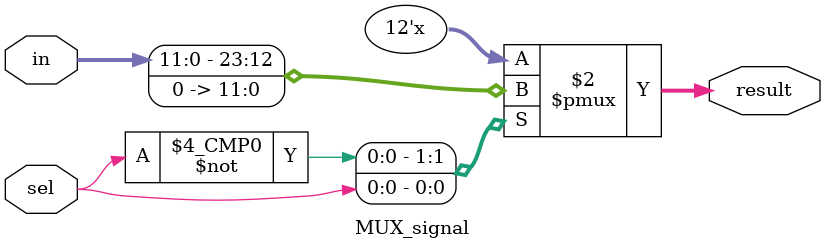
<source format=sv>
module MUX3to1(
	input [31:0] in1,
	input [31:0] in2,
	input [31:0] in3,
	input [1:0] sel,
	output logic [31:0] result
	);

    always@(*) begin
    case (sel)
        2'b00:
            result = in1;
        2'b01:
            result = in2;
        2'b10:
            result = in3;
    endcase
end
endmodule


module add_imm(
    input [31:0] data,
    input [31:0] imm,
    output logic [31:0] result
);
always@(*) begin
    result = data + imm;
end

endmodule

module MUX2to1(
    input [31:0] data1,
    input [31:0] data2,
    input sel,
    output logic [31:0] result
);
always@(*) begin
    case (sel)
        1'b0:
            result = data1;
        1'b1:
            result = data2;
    endcase
end

endmodule


module MUX_signal(
    input [11:0] in,
    input sel,
    output logic [11:0] result
);
always_comb begin
    case (sel)
        1'b0:
            result = in;
        1'b1:
            result = 12'b0;
    endcase
end
endmodule


</source>
